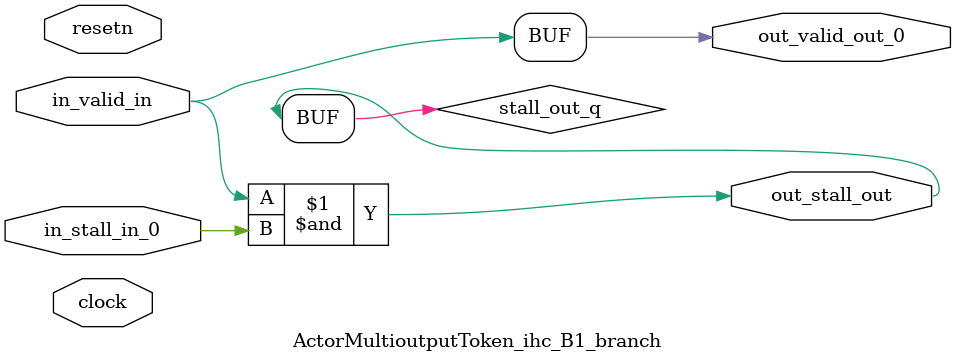
<source format=sv>



(* altera_attribute = "-name AUTO_SHIFT_REGISTER_RECOGNITION OFF; -name MESSAGE_DISABLE 10036; -name MESSAGE_DISABLE 10037; -name MESSAGE_DISABLE 14130; -name MESSAGE_DISABLE 14320; -name MESSAGE_DISABLE 15400; -name MESSAGE_DISABLE 14130; -name MESSAGE_DISABLE 10036; -name MESSAGE_DISABLE 12020; -name MESSAGE_DISABLE 12030; -name MESSAGE_DISABLE 12010; -name MESSAGE_DISABLE 12110; -name MESSAGE_DISABLE 14320; -name MESSAGE_DISABLE 13410; -name MESSAGE_DISABLE 113007; -name MESSAGE_DISABLE 10958" *)
module ActorMultioutputToken_ihc_B1_branch (
    input wire [0:0] in_stall_in_0,
    input wire [0:0] in_valid_in,
    output wire [0:0] out_stall_out,
    output wire [0:0] out_valid_out_0,
    input wire clock,
    input wire resetn
    );

    wire [0:0] stall_out_q;


    // stall_out(LOGICAL,6)
    assign stall_out_q = in_valid_in & in_stall_in_0;

    // out_stall_out(GPOUT,4)
    assign out_stall_out = stall_out_q;

    // out_valid_out_0(GPOUT,5)
    assign out_valid_out_0 = in_valid_in;

endmodule

</source>
